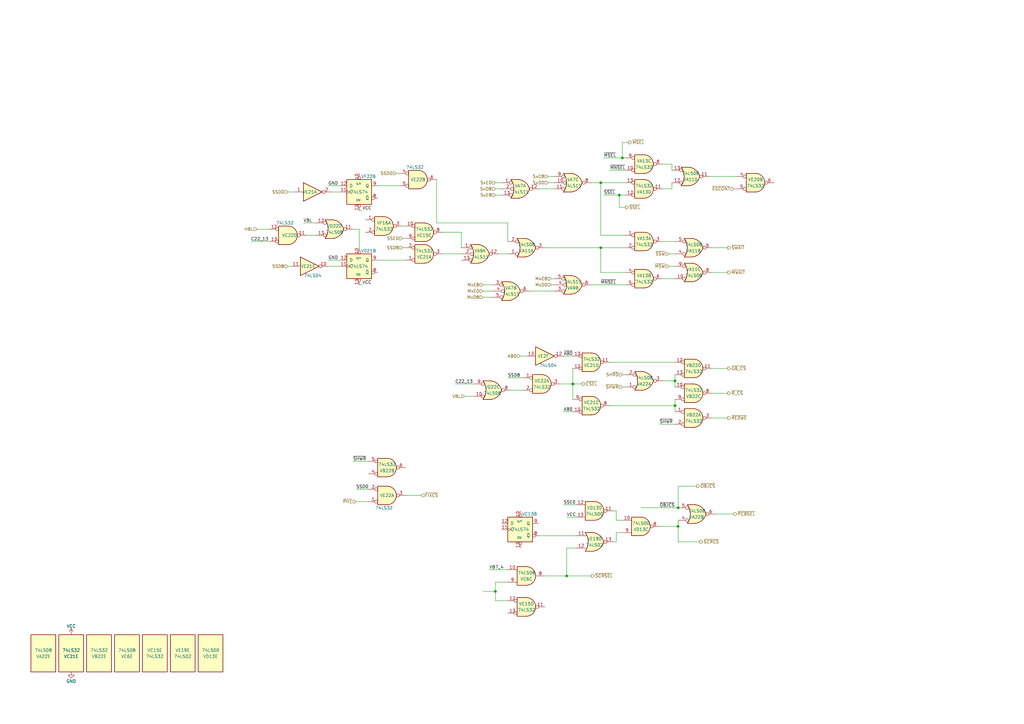
<source format=kicad_sch>
(kicad_sch (version 20231120) (generator "eeschema") (generator_version "8.0")
  (paper "A3")
  (title_block (date "2024-10-12") (company "JOTEGO") (comment 1 "Jose Tejada"))
  (lib_symbols
    (symbol "74xx:74LS04"
      (property "Reference" "U" (at 0 1.27 0))
      (property "Value" "74LS04" (at 0 -1.27 0))
      (symbol "74LS04_1_0"
        (pin input line (at -7.62 0 0) (length 3.81) (name "~") (number "1"))
        (pin output inverted (at 7.62 0 180) (length 3.81) (name "~") (number "2"))
      )
      (symbol "74LS04_2_0"
        (pin input line (at -7.62 0 0) (length 3.81) (name "~") (number "3"))
        (pin output inverted (at 7.62 0 180) (length 3.81) (name "~") (number "4"))
      )
      (symbol "74LS04_3_0"
        (pin input line (at -7.62 0 0) (length 3.81) (name "~") (number "5"))
        (pin output inverted (at 7.62 0 180) (length 3.81) (name "~") (number "6"))
      )
      (symbol "74LS04_4_0"
        (pin output inverted (at 7.62 0 180) (length 3.81) (name "~") (number "8"))
        (pin input line (at -7.62 0 0) (length 3.81) (name "~") (number "9"))
      )
      (symbol "74LS04_5_0"
        (pin output inverted (at 7.62 0 180) (length 3.81) (name "~") (number "10"))
        (pin input line (at -7.62 0 0) (length 3.81) (name "~") (number "11"))
      )
      (symbol "74LS04_6_0"
        (pin output inverted (at 7.62 0 180) (length 3.81) (name "~") (number "12"))
        (pin input line (at -7.62 0 0) (length 3.81) (name "~") (number "13"))
      )
      (symbol "74LS04_7_0"
        (pin power_in line (at 0 12.7 270) (length 5.08) (name "VCC") (number "14"))
        (pin power_in line (at 0 -12.7 90) (length 5.08) (name "GND") (number "7"))
      )
    )
    (symbol "jt74:74LS00" (pin_names (offset 1.016))
      (property "Reference" "U" (at 0 1.27 0))
      (property "Value" "74LS00" (at 0 -1.27 0))
      (symbol "74LS00_1_1"
        (pin input line (at -7.62 2.54 0) (length 3.81) (name "~") (number "1"))
        (pin input line (at -7.62 -2.54 0) (length 3.81) (name "~") (number "2"))
        (pin output inverted (at 7.62 0 180) (length 3.81) (name "~") (number "3"))
      )
      (symbol "74LS00_1_2"
        (pin input inverted (at -7.62 2.54 0) (length 4.318) (name "~") (number "1"))
        (pin input inverted (at -7.62 -2.54 0) (length 4.318) (name "~") (number "2"))
        (pin output line (at 7.62 0 180) (length 3.81) (name "~") (number "3"))
      )
      (symbol "74LS00_2_1"
        (pin input line (at -7.62 2.54 0) (length 3.81) (name "~") (number "4"))
        (pin input line (at -7.62 -2.54 0) (length 3.81) (name "~") (number "5"))
        (pin output inverted (at 7.62 0 180) (length 3.81) (name "~") (number "6"))
      )
      (symbol "74LS00_2_2"
        (pin input inverted (at -7.62 2.54 0) (length 4.318) (name "~") (number "4"))
        (pin input inverted (at -7.62 -2.54 0) (length 4.318) (name "~") (number "5"))
        (pin output line (at 7.62 0 180) (length 3.81) (name "~") (number "6"))
      )
      (symbol "74LS00_3_1"
        (pin input line (at -7.62 -2.54 0) (length 3.81) (name "~") (number "10"))
        (pin output inverted (at 7.62 0 180) (length 3.81) (name "~") (number "8"))
        (pin input line (at -7.62 2.54 0) (length 3.81) (name "~") (number "9"))
      )
      (symbol "74LS00_3_2"
        (pin input inverted (at -7.62 -2.54 0) (length 4.318) (name "~") (number "10"))
        (pin output line (at 7.62 0 180) (length 3.81) (name "~") (number "8"))
        (pin input inverted (at -7.62 2.54 0) (length 4.318) (name "~") (number "9"))
      )
      (symbol "74LS00_4_1"
        (pin output inverted (at 7.62 0 180) (length 3.81) (name "~") (number "11"))
        (pin input line (at -7.62 2.54 0) (length 3.81) (name "~") (number "12"))
        (pin input line (at -7.62 -2.54 0) (length 3.81) (name "~") (number "13"))
      )
      (symbol "74LS00_4_2"
        (pin output line (at 7.62 0 180) (length 3.81) (name "~") (number "11"))
        (pin input inverted (at -7.62 2.54 0) (length 4.318) (name "~") (number "12"))
        (pin input inverted (at -7.62 -2.54 0) (length 4.318) (name "~") (number "13"))
      )
      (symbol "74LS00_5_0"
        (pin power_in line (at 0 7.62 270) (length 5.08) hide (name "VCC") (number "14"))
        (pin power_in line (at 0 -7.62 90) (length 5.08) hide (name "VSS") (number "7"))
      )
    )
    (symbol "jt74:74LS02" (pin_names (offset 1.016))
      (property "Reference" "U" (at 0 1.27 0))
      (property "Value" "74LS02" (at 0 -1.27 0))
      (symbol "74LS02_1_1"
        (pin output inverted (at 7.62 0 180) (length 3.81) (name "~") (number "1"))
        (pin input line (at -7.62 2.54 0) (length 4.318) (name "~") (number "2"))
        (pin input line (at -7.62 -2.54 0) (length 4.318) (name "~") (number "3"))
      )
      (symbol "74LS02_1_2"
        (pin output line (at 7.62 0 180) (length 3.81) (name "~") (number "1"))
        (pin input inverted (at -7.62 2.54 0) (length 3.81) (name "~") (number "2"))
        (pin input inverted (at -7.62 -2.54 0) (length 3.81) (name "~") (number "3"))
      )
      (symbol "74LS02_2_1"
        (pin output inverted (at 7.62 0 180) (length 3.81) (name "~") (number "4"))
        (pin input line (at -7.62 2.54 0) (length 4.318) (name "~") (number "5"))
        (pin input line (at -7.62 -2.54 0) (length 4.318) (name "~") (number "6"))
      )
      (symbol "74LS02_2_2"
        (pin output line (at 7.62 0 180) (length 3.81) (name "~") (number "4"))
        (pin input inverted (at -7.62 2.54 0) (length 3.81) (name "~") (number "5"))
        (pin input inverted (at -7.62 -2.54 0) (length 3.81) (name "~") (number "6"))
      )
      (symbol "74LS02_3_1"
        (pin output inverted (at 7.62 0 180) (length 3.81) (name "~") (number "10"))
        (pin input line (at -7.62 2.54 0) (length 4.318) (name "~") (number "8"))
        (pin input line (at -7.62 -2.54 0) (length 4.318) (name "~") (number "9"))
      )
      (symbol "74LS02_3_2"
        (pin output line (at 7.62 0 180) (length 3.81) (name "~") (number "10"))
        (pin input inverted (at -7.62 2.54 0) (length 3.81) (name "~") (number "8"))
        (pin input inverted (at -7.62 -2.54 0) (length 3.81) (name "~") (number "9"))
      )
      (symbol "74LS02_4_1"
        (pin input line (at -7.62 2.54 0) (length 4.318) (name "~") (number "11"))
        (pin input line (at -7.62 -2.54 0) (length 4.318) (name "~") (number "12"))
        (pin output inverted (at 7.62 0 180) (length 3.81) (name "~") (number "13"))
      )
      (symbol "74LS02_4_2"
        (pin input inverted (at -7.62 2.54 0) (length 3.81) (name "~") (number "11"))
        (pin input inverted (at -7.62 -2.54 0) (length 3.81) (name "~") (number "12"))
        (pin output line (at 7.62 0 180) (length 3.81) (name "~") (number "13"))
      )
      (symbol "74LS02_5_0"
        (pin power_in line (at 0 7.62 270) (length 5.08) hide (name "VCC") (number "14"))
        (pin power_in line (at 0 -7.62 90) (length 5.08) hide (name "VSS") (number "7"))
      )
    )
    (symbol "jt74:74LS08" (pin_names (offset 1.016))
      (property "Reference" "U" (at 0 1.27 0))
      (property "Value" "74LS08" (at 0 -1.27 0))
      (symbol "74LS08_1_1"
        (pin input line (at -7.62 2.54 0) (length 3.81) (name "~") (number "1"))
        (pin input line (at -7.62 -2.54 0) (length 3.81) (name "~") (number "2"))
        (pin output line (at 7.62 0 180) (length 3.81) (name "~") (number "3"))
      )
      (symbol "74LS08_1_2"
        (pin input inverted (at -7.62 2.54 0) (length 4.318) (name "~") (number "1"))
        (pin input inverted (at -7.62 -2.54 0) (length 4.318) (name "~") (number "2"))
        (pin output inverted (at 7.62 0 180) (length 3.81) (name "~") (number "3"))
      )
      (symbol "74LS08_2_1"
        (pin input line (at -7.62 2.54 0) (length 3.81) (name "~") (number "4"))
        (pin input line (at -7.62 -2.54 0) (length 3.81) (name "~") (number "5"))
        (pin output line (at 7.62 0 180) (length 3.81) (name "~") (number "6"))
      )
      (symbol "74LS08_2_2"
        (pin input inverted (at -7.62 2.54 0) (length 4.318) (name "~") (number "4"))
        (pin input inverted (at -7.62 -2.54 0) (length 4.318) (name "~") (number "5"))
        (pin output inverted (at 7.62 0 180) (length 3.81) (name "~") (number "6"))
      )
      (symbol "74LS08_3_1"
        (pin input line (at -7.62 -2.54 0) (length 3.81) (name "~") (number "10"))
        (pin output line (at 7.62 0 180) (length 3.81) (name "~") (number "8"))
        (pin input line (at -7.62 2.54 0) (length 3.81) (name "~") (number "9"))
      )
      (symbol "74LS08_3_2"
        (pin input inverted (at -7.62 -2.54 0) (length 4.318) (name "~") (number "10"))
        (pin output inverted (at 7.62 0 180) (length 3.81) (name "~") (number "8"))
        (pin input inverted (at -7.62 2.54 0) (length 4.318) (name "~") (number "9"))
      )
      (symbol "74LS08_4_1"
        (pin output line (at 7.62 0 180) (length 3.81) (name "~") (number "11"))
        (pin input line (at -7.62 2.54 0) (length 3.81) (name "~") (number "12"))
        (pin input line (at -7.62 -2.54 0) (length 3.81) (name "~") (number "13"))
      )
      (symbol "74LS08_4_2"
        (pin output inverted (at 7.62 0 180) (length 3.81) (name "~") (number "11"))
        (pin input inverted (at -7.62 2.54 0) (length 4.318) (name "~") (number "12"))
        (pin input inverted (at -7.62 -2.54 0) (length 4.318) (name "~") (number "13"))
      )
      (symbol "74LS08_5_0"
        (pin power_in line (at 0 7.62 270) (length 5.08) hide (name "VCC") (number "14"))
        (pin power_in line (at 0 -7.62 90) (length 5.08) hide (name "VSS") (number "7"))
      )
    )
    (symbol "jt74:74LS11" (pin_names (offset 1.016))
      (property "Reference" "U" (at 0 1.27 0))
      (property "Value" "74LS11" (at 0 -1.27 0))
      (symbol "74LS11_1_1"
        (pin input line (at -7.62 2.54 0) (length 3.81) (name "~") (number "1"))
        (pin output line (at 7.62 0 180) (length 3.81) (name "~") (number "12"))
        (pin input line (at -7.62 -2.54 0) (length 3.81) (name "~") (number "13"))
        (pin input line (at -7.62 0 0) (length 3.81) (name "~") (number "2"))
      )
      (symbol "74LS11_1_2"
        (pin input inverted (at -7.62 2.54 0) (length 4.318) (name "~") (number "1"))
        (pin output inverted (at 7.62 0 180) (length 3.81) (name "~") (number "12"))
        (pin input inverted (at -7.62 -2.54 0) (length 4.318) (name "~") (number "13"))
        (pin input inverted (at -7.62 0 0) (length 4.953) (name "~") (number "2"))
      )
      (symbol "74LS11_2_1"
        (pin input line (at -7.62 2.54 0) (length 3.81) (name "~") (number "3"))
        (pin input line (at -7.62 0 0) (length 3.81) (name "~") (number "4"))
        (pin input line (at -7.62 -2.54 0) (length 3.81) (name "~") (number "5"))
        (pin output line (at 7.62 0 180) (length 3.81) (name "~") (number "6"))
      )
      (symbol "74LS11_2_2"
        (pin input inverted (at -7.62 2.54 0) (length 4.318) (name "~") (number "3"))
        (pin input inverted (at -7.62 0 0) (length 4.953) (name "~") (number "4"))
        (pin input inverted (at -7.62 -2.54 0) (length 4.318) (name "~") (number "5"))
        (pin output inverted (at 7.62 0 180) (length 3.81) (name "~") (number "6"))
      )
      (symbol "74LS11_3_1"
        (pin input line (at -7.62 0 0) (length 3.81) (name "~") (number "10"))
        (pin input line (at -7.62 -2.54 0) (length 3.81) (name "~") (number "11"))
        (pin output line (at 7.62 0 180) (length 3.81) (name "~") (number "8"))
        (pin input line (at -7.62 2.54 0) (length 3.81) (name "~") (number "9"))
      )
      (symbol "74LS11_3_2"
        (pin input inverted (at -7.62 0 0) (length 4.953) (name "~") (number "10"))
        (pin input inverted (at -7.62 -2.54 0) (length 4.318) (name "~") (number "11"))
        (pin output inverted (at 7.62 0 180) (length 3.81) (name "~") (number "8"))
        (pin input inverted (at -7.62 2.54 0) (length 4.318) (name "~") (number "9"))
      )
      (symbol "74LS11_4_0"
        (pin input line (at 0 12.7 270) (length 5.08) hide (name "VCC") (number "14"))
        (pin input line (at 0 -12.7 90) (length 5.08) hide (name "GND") (number "7"))
      )
    )
    (symbol "jt74:74LS32" (pin_names (offset 1.016))
      (property "Reference" "U" (at 0 1.27 0))
      (property "Value" "74LS32" (at 0 -1.27 0))
      (symbol "74LS32_1_1"
        (pin input line (at -7.62 2.54 0) (length 4.318) (name "~") (number "1"))
        (pin input line (at -7.62 -2.54 0) (length 4.318) (name "~") (number "2"))
        (pin output line (at 7.62 0 180) (length 3.81) (name "~") (number "3"))
      )
      (symbol "74LS32_1_2"
        (pin input inverted (at -7.62 2.54 0) (length 3.81) (name "~") (number "1"))
        (pin input inverted (at -7.62 -2.54 0) (length 3.81) (name "~") (number "2"))
        (pin output inverted (at 7.62 0 180) (length 3.81) (name "~") (number "3"))
      )
      (symbol "74LS32_2_1"
        (pin input line (at -7.62 2.54 0) (length 4.318) (name "~") (number "4"))
        (pin input line (at -7.62 -2.54 0) (length 4.318) (name "~") (number "5"))
        (pin output line (at 7.62 0 180) (length 3.81) (name "~") (number "6"))
      )
      (symbol "74LS32_2_2"
        (pin input inverted (at -7.62 2.54 0) (length 3.81) (name "~") (number "4"))
        (pin input inverted (at -7.62 -2.54 0) (length 3.81) (name "~") (number "5"))
        (pin output inverted (at 7.62 0 180) (length 3.81) (name "~") (number "6"))
      )
      (symbol "74LS32_3_1"
        (pin input line (at -7.62 -2.54 0) (length 4.318) (name "~") (number "10"))
        (pin output line (at 7.62 0 180) (length 3.81) (name "~") (number "8"))
        (pin input line (at -7.62 2.54 0) (length 4.318) (name "~") (number "9"))
      )
      (symbol "74LS32_3_2"
        (pin input inverted (at -7.62 -2.54 0) (length 3.81) (name "~") (number "10"))
        (pin output inverted (at 7.62 0 180) (length 3.81) (name "~") (number "8"))
        (pin input inverted (at -7.62 2.54 0) (length 3.81) (name "~") (number "9"))
      )
      (symbol "74LS32_4_1"
        (pin output line (at 7.62 0 180) (length 3.81) (name "~") (number "11"))
        (pin input line (at -7.62 2.54 0) (length 4.318) (name "~") (number "12"))
        (pin input line (at -7.62 -2.54 0) (length 4.318) (name "~") (number "13"))
      )
      (symbol "74LS32_4_2"
        (pin output inverted (at 7.62 0 180) (length 3.81) (name "~") (number "11"))
        (pin input inverted (at -7.62 2.54 0) (length 3.81) (name "~") (number "12"))
        (pin input inverted (at -7.62 -2.54 0) (length 3.81) (name "~") (number "13"))
      )
      (symbol "74LS32_5_0"
        (pin power_in line (at 0 7.62 270) (length 5.08) hide (name "VCC") (number "14"))
        (pin power_in line (at 0 -7.62 90) (length 5.08) hide (name "VSS") (number "7"))
      )
    )
    (symbol "jt74:74LS74" (pin_names (offset 1.016))
      (property "Reference" "U" (at 0 2.54 0))
      (property "Value" "74LS74" (at 0 0 0))
      (symbol "74LS74_1_0"
        (pin input inverted (at 0 -7.62 90) (length 2.54) (name "~{R}") (number "1"))
        (pin input line (at -7.62 2.54 0) (length 2.54) (name "D") (number "2"))
        (pin input clock (at -7.62 0 0) (length 2.54) (name "C") (number "3"))
        (pin input inverted (at 0 7.62 270) (length 2.54) (name "~{S}") (number "4"))
        (pin output line (at 7.62 2.54 180) (length 2.54) (name "Q") (number "5"))
        (pin output line (at 7.62 -2.54 180) (length 2.54) (name "~{Q}") (number "6"))
      )
      (symbol "74LS74_2_0"
        (pin input clock (at -7.62 0 0) (length 2.54) (name "C") (number "11"))
        (pin input line (at -7.62 2.54 0) (length 2.54) (name "D") (number "12"))
        (pin input inverted (at 0 -7.62 90) (length 2.54) (name "~{R}") (number "13"))
        (pin output inverted (at 7.62 -2.54 180) (length 2.54) (name "~{Q}") (number "8"))
        (pin output line (at 7.62 2.54 180) (length 2.54) (name "Q") (number "9"))
      )
      (symbol "74LS74_2_1"
        (pin input inverted (at 0 7.62 270) (length 2.54) (name "~{S}") (number "10"))
      )
      (symbol "74LS74_3_0"
        (pin power_in line (at 0 7.62 270) (length 2.54) hide (name "VCC") (number "14"))
        (pin power_in line (at 0 -7.62 90) (length 2.54) hide (name "VSS") (number "7"))
      )
    )
    (symbol "power:GND" (power) (pin_numbers hide) (pin_names (offset 0) hide)
      (property "Value" "GND" (at 0 -3.81 0))
      (symbol "GND_1_1"
        (pin power_in line (at 0 0 270) (length 0) (name "~") (number "1"))
      )
    )
    (symbol "power:VCC" (power) (pin_numbers hide) (pin_names (offset 0) hide)
      (property "Value" "VCC" (at 0 3.556 0))
      (symbol "VCC_1_1"
        (pin power_in line (at 0 0 90) (length 0) (name "~") (number "1"))
      )
    )
  )
  (junction (at 232.41 236.22))
  (junction (at 255.27 64.77))
  (junction (at 203.2 242.57))
  (junction (at 278.13 208.28))
  (junction (at 278.13 215.9))
  (junction (at 246.38 74.93))
  (junction (at 276.86 166.37))
  (junction (at 234.95 157.48))
  (junction (at 254 80.01))
  (junction (at 246.38 101.6))
  (junction (at 276.86 156.21))
  (wire (pts (xy 252.73 218.44) (xy 255.27 218.44)))
  (wire (pts (xy 148.59 86.36) (xy 147.32 86.36)))
  (wire (pts (xy 181.61 104.14) (xy 189.23 104.14)))
  (wire (pts (xy 276.86 156.21) (xy 276.86 158.75)))
  (wire (pts (xy 271.78 156.21) (xy 276.86 156.21)))
  (wire (pts (xy 231.14 168.91) (xy 234.95 168.91)))
  (wire (pts (xy 147.32 93.98) (xy 144.78 93.98)))
  (wire (pts (xy 276.86 163.83) (xy 276.86 166.37)))
  (wire (pts (xy 278.13 208.28) (xy 278.13 199.39)))
  (wire (pts (xy 217.17 119.38) (xy 227.33 119.38)))
  (wire (pts (xy 148.59 116.84) (xy 147.32 116.84)))
  (wire (pts (xy 165.1 101.6) (xy 166.37 101.6)))
  (wire (pts (xy 300.99 77.47) (xy 302.26 77.47)))
  (wire (pts (xy 181.61 95.25) (xy 189.23 95.25)))
  (wire (pts (xy 278.13 222.25) (xy 287.02 222.25)))
  (wire (pts (xy 276.86 153.67) (xy 276.86 156.21)))
  (wire (pts (xy 246.38 101.6) (xy 246.38 111.76)))
  (wire (pts (xy 292.1 151.13) (xy 298.45 151.13)))
  (wire (pts (xy 274.32 104.14) (xy 276.86 104.14)))
  (wire (pts (xy 274.32 109.22) (xy 276.86 109.22)))
  (wire (pts (xy 292.1 111.76) (xy 298.45 111.76)))
  (wire (pts (xy 271.78 99.06) (xy 276.86 99.06)))
  (wire (pts (xy 224.79 72.39) (xy 227.33 72.39)))
  (wire (pts (xy 223.52 101.6) (xy 246.38 101.6)))
  (wire (pts (xy 147.32 101.6) (xy 147.32 93.98)))
  (wire (pts (xy 252.73 209.55) (xy 251.46 209.55)))
  (wire (pts (xy 229.87 157.48) (xy 234.95 157.48)))
  (wire (pts (xy 203.2 80.01) (xy 205.74 80.01)))
  (wire (pts (xy 162.56 71.12) (xy 163.83 71.12)))
  (wire (pts (xy 246.38 74.93) (xy 256.54 74.93)))
  (wire (pts (xy 134.62 106.68) (xy 139.7 106.68)))
  (wire (pts (xy 166.37 203.2) (xy 172.72 203.2)))
  (wire (pts (xy 208.28 91.44) (xy 208.28 99.06)))
  (wire (pts (xy 232.41 224.79) (xy 232.41 236.22)))
  (wire (pts (xy 186.69 157.48) (xy 194.31 157.48)))
  (wire (pts (xy 278.13 215.9) (xy 278.13 222.25)))
  (wire (pts (xy 290.83 72.39) (xy 302.26 72.39)))
  (wire (pts (xy 134.62 76.2) (xy 139.7 76.2)))
  (wire (pts (xy 220.98 77.47) (xy 227.33 77.47)))
  (wire (pts (xy 292.1 161.29) (xy 298.45 161.29)))
  (wire (pts (xy 255.27 58.42) (xy 257.81 58.42)))
  (wire (pts (xy 203.2 74.93) (xy 205.74 74.93)))
  (wire (pts (xy 247.65 64.77) (xy 255.27 64.77)))
  (wire (pts (xy 251.46 222.25) (xy 252.73 222.25)))
  (wire (pts (xy 124.46 91.44) (xy 129.54 91.44)))
  (wire (pts (xy 234.95 151.13) (xy 234.95 157.48)))
  (wire (pts (xy 154.94 106.68) (xy 166.37 106.68)))
  (wire (pts (xy 226.06 114.3) (xy 227.33 114.3)))
  (wire (pts (xy 254 80.01) (xy 256.54 80.01)))
  (wire (pts (xy 179.07 73.66) (xy 179.07 91.44)))
  (wire (pts (xy 200.66 233.68) (xy 208.28 233.68)))
  (wire (pts (xy 204.47 104.14) (xy 208.28 104.14)))
  (wire (pts (xy 252.73 213.36) (xy 255.27 213.36)))
  (wire (pts (xy 254 80.01) (xy 254 85.09)))
  (wire (pts (xy 255.27 64.77) (xy 255.27 58.42)))
  (wire (pts (xy 203.2 242.57) (xy 203.2 246.38)))
  (wire (pts (xy 292.1 101.6) (xy 298.45 101.6)))
  (wire (pts (xy 223.52 236.22) (xy 232.41 236.22)))
  (wire (pts (xy 118.11 78.74) (xy 120.65 78.74)))
  (wire (pts (xy 165.1 97.79) (xy 166.37 97.79)))
  (wire (pts (xy 231.14 207.01) (xy 236.22 207.01)))
  (wire (pts (xy 135.89 78.74) (xy 139.7 78.74)))
  (wire (pts (xy 246.38 101.6) (xy 256.54 101.6)))
  (wire (pts (xy 179.07 91.44) (xy 208.28 91.44)))
  (wire (pts (xy 102.87 99.06) (xy 110.49 99.06)))
  (wire (pts (xy 276.86 166.37) (xy 276.86 168.91)))
  (wire (pts (xy 232.41 212.09) (xy 236.22 212.09)))
  (wire (pts (xy 213.36 146.05) (xy 215.9 146.05)))
  (wire (pts (xy 119.38 109.22) (xy 118.11 109.22)))
  (wire (pts (xy 278.13 213.36) (xy 278.13 215.9)))
  (wire (pts (xy 203.2 238.76) (xy 208.28 238.76)))
  (wire (pts (xy 134.62 109.22) (xy 139.7 109.22)))
  (wire (pts (xy 234.95 157.48) (xy 238.76 157.48)))
  (wire (pts (xy 246.38 111.76) (xy 256.54 111.76)))
  (wire (pts (xy 270.51 215.9) (xy 278.13 215.9)))
  (wire (pts (xy 189.23 95.25) (xy 189.23 101.6)))
  (wire (pts (xy 209.55 160.02) (xy 214.63 160.02)))
  (wire (pts (xy 198.12 119.38) (xy 201.93 119.38)))
  (wire (pts (xy 208.28 154.94) (xy 214.63 154.94)))
  (wire (pts (xy 250.19 69.85) (xy 256.54 69.85)))
  (wire (pts (xy 247.65 80.01) (xy 254 80.01)))
  (wire (pts (xy 146.05 205.74) (xy 151.13 205.74)))
  (wire (pts (xy 232.41 236.22) (xy 242.57 236.22)))
  (wire (pts (xy 146.05 200.66) (xy 151.13 200.66)))
  (wire (pts (xy 275.59 74.93) (xy 275.59 77.47)))
  (wire (pts (xy 220.98 219.71) (xy 236.22 219.71)))
  (wire (pts (xy 234.95 157.48) (xy 234.95 163.83)))
  (wire (pts (xy 275.59 77.47) (xy 271.78 77.47)))
  (wire (pts (xy 203.2 77.47) (xy 205.74 77.47)))
  (wire (pts (xy 271.78 67.31) (xy 275.59 67.31)))
  (wire (pts (xy 252.73 209.55) (xy 252.73 213.36)))
  (wire (pts (xy 198.12 121.92) (xy 201.93 121.92)))
  (wire (pts (xy 203.2 246.38) (xy 208.28 246.38)))
  (wire (pts (xy 262.89 208.28) (xy 278.13 208.28)))
  (wire (pts (xy 250.19 148.59) (xy 276.86 148.59)))
  (wire (pts (xy 224.79 74.93) (xy 227.33 74.93)))
  (wire (pts (xy 165.1 92.71) (xy 166.37 92.71)))
  (wire (pts (xy 198.12 116.84) (xy 201.93 116.84)))
  (wire (pts (xy 271.78 114.3) (xy 276.86 114.3)))
  (wire (pts (xy 242.57 74.93) (xy 246.38 74.93)))
  (wire (pts (xy 154.94 76.2) (xy 163.83 76.2)))
  (wire (pts (xy 242.57 116.84) (xy 256.54 116.84)))
  (wire (pts (xy 125.73 96.52) (xy 129.54 96.52)))
  (wire (pts (xy 292.1 171.45) (xy 298.45 171.45)))
  (wire (pts (xy 250.19 166.37) (xy 276.86 166.37)))
  (wire (pts (xy 252.73 222.25) (xy 252.73 218.44)))
  (wire (pts (xy 278.13 199.39) (xy 285.75 199.39)))
  (wire (pts (xy 144.78 189.23) (xy 151.13 189.23)))
  (wire (pts (xy 203.2 238.76) (xy 203.2 242.57)))
  (wire (pts (xy 256.54 96.52) (xy 246.38 96.52)))
  (wire (pts (xy 232.41 224.79) (xy 236.22 224.79)))
  (wire (pts (xy 198.12 242.57) (xy 203.2 242.57)))
  (wire (pts (xy 254 85.09) (xy 256.54 85.09)))
  (wire (pts (xy 270.51 173.99) (xy 276.86 173.99)))
  (wire (pts (xy 255.27 64.77) (xy 256.54 64.77)))
  (wire (pts (xy 226.06 116.84) (xy 227.33 116.84)))
  (wire (pts (xy 105.41 93.98) (xy 110.49 93.98)))
  (wire (pts (xy 293.37 210.82) (xy 300.99 210.82)))
  (wire (pts (xy 255.27 153.67) (xy 256.54 153.67)))
  (wire (pts (xy 246.38 96.52) (xy 246.38 74.93)))
  (wire (pts (xy 255.27 158.75) (xy 256.54 158.75)))
  (wire (pts (xy 275.59 69.85) (xy 275.59 67.31)))
  (wire (pts (xy 231.14 146.05) (xy 234.95 146.05)))
  (wire (pts (xy 190.5 162.56) (xy 194.31 162.56)))
  (label "~{AB0}" (at 234.95 146.05 180))
  (label "~{MNSEL}" (at 250.19 69.85 0))
  (label "SSE0" (at 231.14 207.01 0))
  (label "~{MSEL}" (at 247.65 64.77 0))
  (label "VCC" (at 148.59 116.84 0))
  (label "C22_13" (at 186.69 157.48 0))
  (label "VCC" (at 232.41 212.09 0))
  (label "~{OBJCS}" (at 270.51 208.28 0))
  (label "GND" (at 134.62 106.68 0))
  (label "~{SSEL}" (at 247.65 80.01 0))
  (label "VCC" (at 148.59 86.36 0))
  (label "VBL" (at 124.46 91.44 0))
  (label "~{SHWR}" (at 144.78 189.23 0))
  (label "SSD0" (at 146.05 200.66 0))
  (label "VB7_4" (at 200.66 233.68 0))
  (label "GND" (at 134.62 76.2 0))
  (label "C22_13" (at 102.87 99.06 0))
  (label "~{MNSEL}" (at 246.38 116.84 0))
  (label "SSD8" (at 208.28 154.94 0))
  (label "~{SHWR}" (at 270.51 173.99 0))
  (label "AB0" (at 231.14 168.91 0))
  (hierarchical_label "~{MWAIT}" (shape output) (at 298.45 111.76 0))
  (hierarchical_label "SSD8" (shape input) (at 165.1 101.6 180))
  (hierarchical_label "~{PH1}" (shape input) (at 146.05 205.74 180))
  (hierarchical_label "~{GB_CS}" (shape output) (at 298.45 151.13 0))
  (hierarchical_label "~{REDWE}" (shape output) (at 298.45 171.45 0))
  (hierarchical_label "SSD8" (shape input) (at 118.11 109.22 180))
  (hierarchical_label "SxE8" (shape input) (at 203.2 80.01 180))
  (hierarchical_label "MxC8" (shape input) (at 226.06 114.3 180))
  (hierarchical_label "~{SSEL}" (shape output) (at 256.54 85.09 0))
  (hierarchical_label "MxD8" (shape input) (at 198.12 121.92 180))
  (hierarchical_label "~{CSEL}" (shape output) (at 238.76 157.48 0))
  (hierarchical_label "~{EGCONT}" (shape input) (at 300.99 77.47 180))
  (hierarchical_label "~{R_CS}" (shape output) (at 298.45 161.29 0))
  (hierarchical_label "~{SHWR}" (shape input) (at 255.27 158.75 180))
  (hierarchical_label "~{OBJCS}" (shape output) (at 285.75 199.39 0))
  (hierarchical_label "AB0" (shape input) (at 213.36 146.05 180))
  (hierarchical_label "~{MSEL}" (shape output) (at 257.81 58.42 0))
  (hierarchical_label "SxD8" (shape input) (at 203.2 77.47 180))
  (hierarchical_label "SxD0" (shape input) (at 224.79 74.93 180))
  (hierarchical_label "MxD0" (shape input) (at 226.06 116.84 180))
  (hierarchical_label "SSE0" (shape input) (at 165.1 97.79 180))
  (hierarchical_label "SSD0" (shape input) (at 118.11 78.74 180))
  (hierarchical_label "~{SCRCS}" (shape output) (at 287.02 222.25 0))
  (hierarchical_label "~{PCBSEL}" (shape output) (at 300.99 210.82 0))
  (hierarchical_label "SSD0" (shape input) (at 162.56 71.12 180))
  (hierarchical_label "HBL" (shape input) (at 105.41 93.98 180))
  (hierarchical_label "SxC8" (shape input) (at 224.79 72.39 180))
  (hierarchical_label "~{FIXCS}" (shape input) (at 172.72 203.2 0))
  (hierarchical_label "~{SWAIT}" (shape output) (at 298.45 101.6 0))
  (hierarchical_label "SH~{RD}" (shape input) (at 255.27 153.67 180))
  (hierarchical_label "SxE0" (shape input) (at 203.2 74.93 180))
  (hierarchical_label "~{SSW}" (shape input) (at 274.32 104.14 180))
  (hierarchical_label "MxE0" (shape input) (at 198.12 119.38 180))
  (hierarchical_label "MxE8" (shape input) (at 198.12 116.84 180))
  (hierarchical_label "VBL" (shape input) (at 190.5 162.56 180))
  (hierarchical_label "~{SCRSEL}" (shape output) (at 242.57 236.22 0))
  (hierarchical_label "~{MSW}" (shape input) (at 274.32 109.22 180))
  (symbol (lib_id "jt74:74LS32") (at 264.16 77.47 0) (mirror x) (unit 4) (convert 2)
    (property "Reference" "VA13" (at 264.16 78.74 0))
    (property "Value" "74LS32" (at 264.16 76.2 0))
    (property "Datasheet" "http://www.ti.com/lit/gpn/sn74LS32" (effects (hide yes)))
    (property "Description" "Quad 2-input OR" (effects (hide yes)))
  )
  (symbol (lib_id "jt74:74LS32") (at 242.57 148.59 0) (mirror x) (unit 4) (convert 2)
    (property "Reference" "VC21" (at 242.57 149.86 0))
    (property "Value" "74LS32" (at 242.57 147.32 0))
    (property "Datasheet" "http://www.ti.com/lit/gpn/sn74LS32" (effects (hide yes)))
    (property "Description" "Quad 2-input OR" (effects (hide yes)))
  )
  (symbol (lib_id "74xx:74LS04") (at 127 109.22 0) (unit 5)
    (property "Reference" "VE21" (at 126.365 109.22 0))
    (property "Value" "74LS04" (at 128.27 113.03 0))
    (property "Datasheet" "http://www.ti.com/lit/gpn/sn74LS04" (effects (hide yes)))
    (property "Description" "Hex Inverter" (effects (hide yes)))
  )
  (symbol (lib_id "jt74:74LS74") (at 213.36 217.17 0) (unit 2)
    (property "Reference" "VC13" (at 217.17 210.82 0))
    (property "Value" "74LS74" (at 213.36 217.17 0))
    (property "Datasheet" "74xx/74hc_hct74.pdf" (effects (hide yes)))
    (property "Description" "Dual D Flip-flop, Set & Reset" (effects (hide yes)))
  )
  (symbol (lib_id "jt74:74LS32") (at 29.21 267.97 0) (mirror x) (unit 5)
    (property "Reference" "VC21" (at 29.21 269.24 0))
    (property "Value" "74LS32" (at 29.21 266.7 0))
    (property "Datasheet" "http://www.ti.com/lit/gpn/sn74LS32" (effects (hide yes)))
    (property "Description" "Quad 2-input OR" (effects (hide yes)))
  )
  (symbol (lib_id "jt74:74LS08") (at 284.48 101.6 0) (mirror x) (unit 2) (convert 2)
    (property "Reference" "VA11" (at 284.48 102.87 0))
    (property "Value" "74LS08" (at 284.48 100.33 0))
    (property "Datasheet" "http://www.ti.com/lit/gpn/sn74LS08" (effects (hide yes)))
    (property "Description" "Quad And2" (effects (hide yes)))
  )
  (symbol (lib_id "jt74:74LS08") (at 283.21 72.39 0) (mirror x) (unit 4) (convert 2)
    (property "Reference" "VA11" (at 283.21 73.66 0))
    (property "Value" "74LS08" (at 283.21 71.12 0))
    (property "Datasheet" "http://www.ti.com/lit/gpn/sn74LS08" (effects (hide yes)))
    (property "Description" "Quad And2" (effects (hide yes)))
  )
  (symbol (lib_id "power:GND") (at 29.21 275.59 0) (unit 1)
    (property "Reference" "#PWR034" (effects (hide yes)))
    (property "Value" "GND" (at 29.21 279.4 0))
    (property "Description" "Power symbol creates a global label with name \"GND\" , ground" (effects (hide yes)))
  )
  (symbol (lib_id "jt74:74LS08") (at 284.48 111.76 0) (unit 3) (convert 2)
    (property "Reference" "VA11" (at 284.48 110.49 0))
    (property "Value" "74LS08" (at 284.48 113.03 0))
    (property "Datasheet" "http://www.ti.com/lit/gpn/sn74LS08" (effects (hide yes)))
    (property "Description" "Quad And2" (effects (hide yes)))
  )
  (symbol (lib_id "74xx:74LS04") (at 128.27 78.74 0) (unit 1)
    (property "Reference" "VE21" (at 127 78.74 0))
    (property "Value" "74LS04" (effects (hide yes)))
    (property "Datasheet" "http://www.ti.com/lit/gpn/sn74LS04" (effects (hide yes)))
    (property "Description" "Hex Inverter" (effects (hide yes)))
  )
  (symbol (lib_id "jt74:74LS08") (at 215.9 101.6 0) (mirror x) (unit 1) (convert 2)
    (property "Reference" "VA11" (at 215.9 102.87 0))
    (property "Value" "74LS08" (at 215.9 100.33 0))
    (property "Datasheet" "http://www.ti.com/lit/gpn/sn74LS08" (effects (hide yes)))
    (property "Description" "Quad And2" (effects (hide yes)))
  )
  (symbol (lib_id "jt74:74LS32") (at 309.88 74.93 0) (unit 2) (convert 2)
    (property "Reference" "VE20" (at 309.88 73.66 0))
    (property "Value" "74LS32" (at 309.88 76.2 0))
    (property "Datasheet" "http://www.ti.com/lit/gpn/sn74LS32" (effects (hide yes)))
    (property "Description" "Quad 2-input OR" (effects (hide yes)))
  )
  (symbol (lib_id "jt74:74LS02") (at 243.84 222.25 0) (unit 4)
    (property "Reference" "VE19" (at 243.84 220.98 0))
    (property "Value" "74LS02" (at 243.84 223.52 0))
    (property "Datasheet" "http://www.ti.com/lit/gpn/sn74ls02" (effects (hide yes)))
    (property "Description" "quad 2-input NOR gate" (effects (hide yes)))
  )
  (symbol (lib_id "jt74:74LS00") (at 86.36 267.97 0) (mirror x) (unit 5)
    (property "Reference" "VD13" (at 86.36 269.24 0))
    (property "Value" "74LS00" (at 86.36 266.7 0))
    (property "Datasheet" "http://www.ti.com/lit/gpn/sn74ls00" (effects (hide yes)))
    (property "Description" "quad 2-input NAND gate" (effects (hide yes)))
  )
  (symbol (lib_id "jt74:74LS32") (at 171.45 73.66 0) (unit 2) (convert 2)
    (property "Reference" "VE22" (at 171.45 73.66 0))
    (property "Value" "74LS32" (at 170.18 68.58 0))
    (property "Datasheet" "http://www.ti.com/lit/gpn/sn74LS32" (effects (hide yes)))
    (property "Description" "Quad 2-input OR" (effects (hide yes)))
  )
  (symbol (lib_id "jt74:74LS74") (at 147.32 78.74 0) (unit 2)
    (property "Reference" "VF22" (at 151.13 72.39 0))
    (property "Value" "74LS74" (at 147.32 78.74 0))
    (property "Datasheet" "74xx/74hc_hct74.pdf" (effects (hide yes)))
    (property "Description" "Dual D Flip-flop, Set & Reset" (effects (hide yes)))
  )
  (symbol (lib_id "jt74:74LS32") (at 222.25 157.48 0) (unit 1) (convert 2)
    (property "Reference" "VC22" (at 222.25 156.21 0))
    (property "Value" "74LS32" (at 222.25 158.75 0))
    (property "Datasheet" "http://www.ti.com/lit/gpn/sn74LS32" (effects (hide yes)))
    (property "Description" "Quad 2-input OR" (effects (hide yes)))
  )
  (symbol (lib_id "jt74:74LS32") (at 264.16 99.06 0) (unit 1) (convert 2)
    (property "Reference" "VA13" (at 264.16 97.79 0))
    (property "Value" "74LS32" (at 264.16 100.33 0))
    (property "Datasheet" "http://www.ti.com/lit/gpn/sn74LS32" (effects (hide yes)))
    (property "Description" "Quad 2-input OR" (effects (hide yes)))
  )
  (symbol (lib_id "jt74:74LS08") (at 201.93 160.02 0) (unit 3) (convert 2)
    (property "Reference" "VD22" (at 201.93 158.75 0))
    (property "Value" "74LS08" (at 201.93 161.29 0))
    (property "Datasheet" "http://www.ti.com/lit/gpn/sn74LS08" (effects (hide yes)))
    (property "Description" "Quad And2" (effects (hide yes)))
  )
  (symbol (lib_id "jt74:74LS00") (at 262.89 215.9 0) (mirror x) (unit 3)
    (property "Reference" "VD13" (at 262.89 217.17 0))
    (property "Value" "74LS00" (at 262.89 214.63 0))
    (property "Datasheet" "http://www.ti.com/lit/gpn/sn74ls00" (effects (hide yes)))
    (property "Description" "quad 2-input NAND gate" (effects (hide yes)))
  )
  (symbol (lib_id "jt74:74LS32") (at 264.16 114.3 0) (unit 2) (convert 2)
    (property "Reference" "VA13" (at 264.16 113.03 0))
    (property "Value" "74LS32" (at 264.16 115.57 0))
    (property "Datasheet" "http://www.ti.com/lit/gpn/sn74LS32" (effects (hide yes)))
    (property "Description" "Quad 2-input OR" (effects (hide yes)))
  )
  (symbol (lib_id "jt74:74LS32") (at 264.16 67.31 0) (unit 3) (convert 2)
    (property "Reference" "VA13" (at 264.16 66.04 0))
    (property "Value" "74LS32" (at 264.16 68.58 0))
    (property "Datasheet" "http://www.ti.com/lit/gpn/sn74LS32" (effects (hide yes)))
    (property "Description" "Quad 2-input OR" (effects (hide yes)))
  )
  (symbol (lib_id "jt74:74LS32") (at 118.11 96.52 0) (unit 4) (convert 2)
    (property "Reference" "VC22" (at 118.745 96.52 0))
    (property "Value" "74LS32" (at 116.84 91.44 0))
    (property "Datasheet" "http://www.ti.com/lit/gpn/sn74LS32" (effects (hide yes)))
    (property "Description" "Quad 2-input OR" (effects (hide yes)))
  )
  (symbol (lib_id "jt74:74LS32") (at 157.48 92.71 0) (unit 1) (convert 2)
    (property "Reference" "VF16" (at 157.48 91.44 0))
    (property "Value" "74LS32" (at 157.48 93.98 0))
    (property "Datasheet" "http://www.ti.com/lit/gpn/sn74LS32" (effects (hide yes)))
    (property "Description" "Quad 2-input OR" (effects (hide yes)))
  )
  (symbol (lib_id "jt74:74LS11") (at 234.95 74.93 0) (unit 3) (convert 2)
    (property "Reference" "VA7" (at 234.95 73.66 0))
    (property "Value" "74LS11" (at 234.95 76.2 0))
    (property "Datasheet" "http://www.ti.com/lit/gpn/sn74LS11" (effects (hide yes)))
    (property "Description" "Triple 3-input AND" (effects (hide yes)))
  )
  (symbol (lib_id "jt74:74LS08") (at 215.9 236.22 0) (mirror x) (unit 3)
    (property "Reference" "VC6" (at 215.9 237.49 0))
    (property "Value" "74LS08" (at 215.9 234.95 0))
    (property "Datasheet" "http://www.ti.com/lit/gpn/sn74LS08" (effects (hide yes)))
    (property "Description" "Quad And2" (effects (hide yes)))
  )
  (symbol (lib_id "jt74:74LS08") (at 17.78 267.97 0) (mirror x) (unit 5)
    (property "Reference" "VA22" (at 17.78 269.24 0))
    (property "Value" "74LS08" (at 17.78 266.7 0))
    (property "Datasheet" "http://www.ti.com/lit/gpn/sn74LS08" (effects (hide yes)))
    (property "Description" "Quad And2" (effects (hide yes)))
  )
  (symbol (lib_id "jt74:74LS32") (at 158.75 191.77 0) (mirror x) (unit 2) (convert 2)
    (property "Reference" "VB22" (at 158.75 193.04 0))
    (property "Value" "74LS32" (at 158.75 190.5 0))
    (property "Datasheet" "http://www.ti.com/lit/gpn/sn74LS32" (effects (hide yes)))
    (property "Description" "Quad 2-input OR" (effects (hide yes)))
  )
  (symbol (lib_id "jt74:74LS08") (at 264.16 156.21 0) (mirror x) (unit 1) (convert 2)
    (property "Reference" "VA22" (at 264.16 157.48 0))
    (property "Value" "74LS08" (at 264.16 154.94 0))
    (property "Datasheet" "http://www.ti.com/lit/gpn/sn74LS08" (effects (hide yes)))
    (property "Description" "Quad And2" (effects (hide yes)))
  )
  (symbol (lib_id "jt74:74LS32") (at 215.9 248.92 0) (unit 4) (convert 2)
    (property "Reference" "VC15" (at 215.9 247.65 0))
    (property "Value" "74LS32" (at 215.9 250.19 0))
    (property "Datasheet" "http://www.ti.com/lit/gpn/sn74LS32" (effects (hide yes)))
    (property "Description" "Quad 2-input OR" (effects (hide yes)))
  )
  (symbol (lib_id "jt74:74LS32") (at 284.48 161.29 0) (mirror x) (unit 3) (convert 2)
    (property "Reference" "VB22" (at 284.48 162.56 0))
    (property "Value" "74LS32" (at 284.48 160.02 0))
    (property "Datasheet" "http://www.ti.com/lit/gpn/sn74LS32" (effects (hide yes)))
    (property "Description" "Quad 2-input OR" (effects (hide yes)))
  )
  (symbol (lib_id "jt74:74LS32") (at 173.99 95.25 0) (mirror x) (unit 3) (convert 2)
    (property "Reference" "VC15" (at 173.99 96.52 0))
    (property "Value" "74LS32" (at 173.99 93.98 0))
    (property "Datasheet" "http://www.ti.com/lit/gpn/sn74LS32" (effects (hide yes)))
    (property "Description" "Quad 2-input OR" (effects (hide yes)))
  )
  (symbol (lib_id "jt74:74LS32") (at 173.99 104.14 0) (mirror x) (unit 1) (convert 2)
    (property "Reference" "VC21" (at 173.99 105.41 0))
    (property "Value" "74LS32" (at 173.99 102.87 0))
    (property "Datasheet" "http://www.ti.com/lit/gpn/sn74LS32" (effects (hide yes)))
    (property "Description" "Quad 2-input OR" (effects (hide yes)))
  )
  (symbol (lib_id "jt74:74LS32") (at 284.48 171.45 0) (unit 1) (convert 2)
    (property "Reference" "VB22" (at 284.48 170.18 0))
    (property "Value" "74LS32" (at 284.48 172.72 0))
    (property "Datasheet" "http://www.ti.com/lit/gpn/sn74LS32" (effects (hide yes)))
    (property "Description" "Quad 2-input OR" (effects (hide yes)))
  )
  (symbol (lib_id "jt74:74LS11") (at 196.85 104.14 0) (unit 1) (convert 2)
    (property "Reference" "VA9" (at 196.85 102.87 0))
    (property "Value" "74LS11" (at 196.85 105.41 0))
    (property "Datasheet" "http://www.ti.com/lit/gpn/sn74LS11" (effects (hide yes)))
    (property "Description" "Triple 3-input AND" (effects (hide yes)))
  )
  (symbol (lib_id "jt74:74LS11") (at 213.36 77.47 0) (unit 1) (convert 2)
    (property "Reference" "VA7" (at 213.36 76.2 0))
    (property "Value" "74LS11" (at 213.36 78.74 0))
    (property "Datasheet" "http://www.ti.com/lit/gpn/sn74LS11" (effects (hide yes)))
    (property "Description" "Triple 3-input AND" (effects (hide yes)))
  )
  (symbol (lib_id "jt74:74LS00") (at 243.84 209.55 0) (unit 4)
    (property "Reference" "VD13" (at 243.84 208.28 0))
    (property "Value" "74LS00" (at 243.84 210.82 0))
    (property "Datasheet" "http://www.ti.com/lit/gpn/sn74ls00" (effects (hide yes)))
    (property "Description" "quad 2-input NAND gate" (effects (hide yes)))
  )
  (symbol (lib_id "jt74:74LS32") (at 242.57 166.37 0) (unit 3) (convert 2)
    (property "Reference" "VC21" (at 242.57 165.1 0))
    (property "Value" "74LS32" (at 242.57 167.64 0))
    (property "Datasheet" "http://www.ti.com/lit/gpn/sn74LS32" (effects (hide yes)))
    (property "Description" "Quad 2-input OR" (effects (hide yes)))
  )
  (symbol (lib_id "jt74:74LS32") (at 284.48 151.13 0) (unit 4) (convert 2)
    (property "Reference" "VB22" (at 284.48 149.86 0))
    (property "Value" "74LS32" (at 284.48 152.4 0))
    (property "Datasheet" "http://www.ti.com/lit/gpn/sn74LS32" (effects (hide yes)))
    (property "Description" "Quad 2-input OR" (effects (hide yes)))
  )
  (symbol (lib_id "jt74:74LS11") (at 234.95 116.84 0) (mirror x) (unit 2) (convert 2)
    (property "Reference" "VA9" (at 234.95 118.11 0))
    (property "Value" "74LS11" (at 234.95 115.57 0))
    (property "Datasheet" "http://www.ti.com/lit/gpn/sn74LS11" (effects (hide yes)))
    (property "Description" "Triple 3-input AND" (effects (hide yes)))
  )
  (symbol (lib_id "jt74:74LS32") (at 40.64 267.97 0) (mirror x) (unit 5)
    (property "Reference" "VB22" (at 40.64 269.24 0))
    (property "Value" "74LS32" (at 40.64 266.7 0))
    (property "Datasheet" "http://www.ti.com/lit/gpn/sn74LS32" (effects (hide yes)))
    (property "Description" "Quad 2-input OR" (effects (hide yes)))
  )
  (symbol (lib_id "jt74:74LS32") (at 63.5 267.97 0) (unit 5)
    (property "Reference" "VC15" (at 63.5 266.7 0))
    (property "Value" "74LS32" (at 63.5 269.24 0))
    (property "Datasheet" "http://www.ti.com/lit/gpn/sn74LS32" (effects (hide yes)))
    (property "Description" "Quad 2-input OR" (effects (hide yes)))
  )
  (symbol (lib_id "74xx:74LS04") (at 223.52 146.05 0) (unit 6)
    (property "Reference" "VE2" (at 222.885 146.05 0))
    (property "Value" "74LS04" (at 224.79 149.86 0))
    (property "Datasheet" "http://www.ti.com/lit/gpn/sn74LS04" (effects (hide yes)))
    (property "Description" "Hex Inverter" (effects (hide yes)))
  )
  (symbol (lib_id "jt74:74LS08") (at 137.16 93.98 0) (unit 4) (convert 2)
    (property "Reference" "VD22" (at 137.16 92.71 0))
    (property "Value" "74LS08" (at 137.16 95.25 0))
    (property "Datasheet" "http://www.ti.com/lit/gpn/sn74LS08" (effects (hide yes)))
    (property "Description" "Quad And2" (effects (hide yes)))
  )
  (symbol (lib_id "jt74:74LS11") (at 209.55 119.38 0) (unit 2) (convert 2)
    (property "Reference" "VA7" (at 209.55 118.11 0))
    (property "Value" "74LS11" (at 209.55 120.65 0))
    (property "Datasheet" "http://www.ti.com/lit/gpn/sn74LS11" (effects (hide yes)))
    (property "Description" "Triple 3-input AND" (effects (hide yes)))
  )
  (symbol (lib_id "power:VCC") (at 29.21 260.35 0) (unit 1)
    (property "Reference" "#PWR035" (effects (hide yes)))
    (property "Value" "VCC" (at 29.21 256.794 0))
    (property "Description" "Power symbol creates a global label with name \"VCC\"" (effects (hide yes)))
  )
  (symbol (lib_id "jt74:74LS08") (at 285.75 210.82 0) (mirror x) (unit 2) (convert 2)
    (property "Reference" "VA22" (at 285.75 212.09 0))
    (property "Value" "74LS08" (at 285.75 209.55 0))
    (property "Datasheet" "http://www.ti.com/lit/gpn/sn74LS08" (effects (hide yes)))
    (property "Description" "Quad And2" (effects (hide yes)))
  )
  (symbol (lib_id "jt74:74LS02") (at 74.93 267.97 0) (unit 5)
    (property "Reference" "VE19" (at 74.93 266.7 0))
    (property "Value" "74LS02" (at 74.93 269.24 0))
    (property "Datasheet" "http://www.ti.com/lit/gpn/sn74ls02" (effects (hide yes)))
    (property "Description" "quad 2-input NOR gate" (effects (hide yes)))
  )
  (symbol (lib_id "jt74:74LS74") (at 147.32 109.22 0) (unit 2)
    (property "Reference" "VD21" (at 151.13 102.87 0))
    (property "Value" "74LS74" (at 147.32 109.22 0))
    (property "Datasheet" "74xx/74hc_hct74.pdf" (effects (hide yes)))
    (property "Description" "Dual D Flip-flop, Set & Reset" (effects (hide yes)))
  )
  (symbol (lib_id "jt74:74LS08") (at 52.07 267.97 0) (mirror x) (unit 5)
    (property "Reference" "VC6" (at 52.07 269.24 0))
    (property "Value" "74LS08" (at 52.07 266.7 0))
    (property "Datasheet" "http://www.ti.com/lit/gpn/sn74LS08" (effects (hide yes)))
    (property "Description" "Quad And2" (effects (hide yes)))
  )
  (symbol (lib_id "jt74:74LS32") (at 158.75 203.2 0) (mirror x) (unit 1) (convert 2)
    (property "Reference" "VE22" (at 158.75 203.2 0))
    (property "Value" "74LS32" (at 157.48 208.28 0))
    (property "Datasheet" "http://www.ti.com/lit/gpn/sn74LS32" (effects (hide yes)))
    (property "Description" "Quad 2-input OR" (effects (hide yes)))
  )
)
</source>
